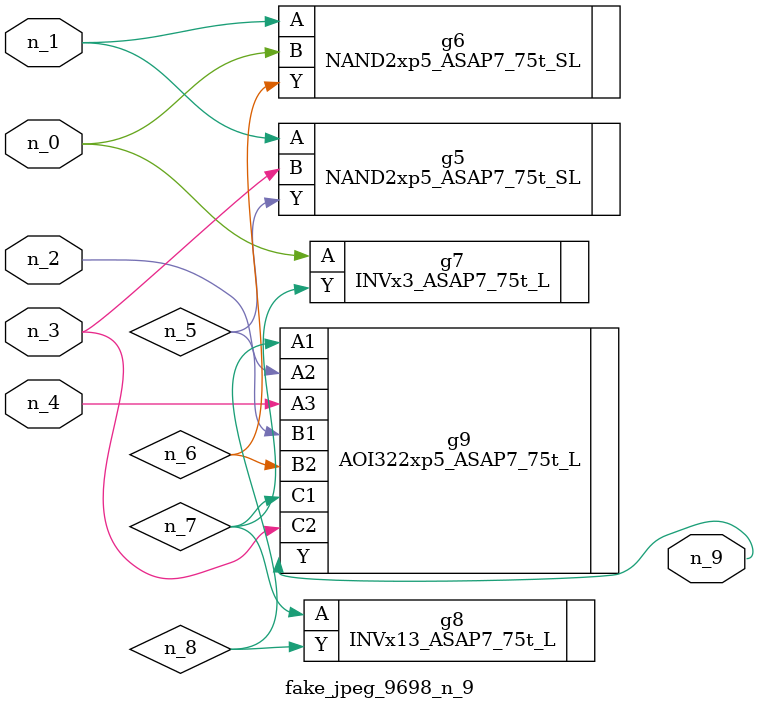
<source format=v>
module fake_jpeg_9698_n_9 (n_3, n_2, n_1, n_0, n_4, n_9);

input n_3;
input n_2;
input n_1;
input n_0;
input n_4;

output n_9;

wire n_8;
wire n_6;
wire n_5;
wire n_7;

NAND2xp5_ASAP7_75t_SL g5 ( 
.A(n_1),
.B(n_3),
.Y(n_5)
);

NAND2xp5_ASAP7_75t_SL g6 ( 
.A(n_1),
.B(n_0),
.Y(n_6)
);

INVx3_ASAP7_75t_L g7 ( 
.A(n_0),
.Y(n_7)
);

INVx13_ASAP7_75t_L g8 ( 
.A(n_7),
.Y(n_8)
);

AOI322xp5_ASAP7_75t_L g9 ( 
.A1(n_8),
.A2(n_2),
.A3(n_4),
.B1(n_5),
.B2(n_6),
.C1(n_7),
.C2(n_3),
.Y(n_9)
);


endmodule
</source>
